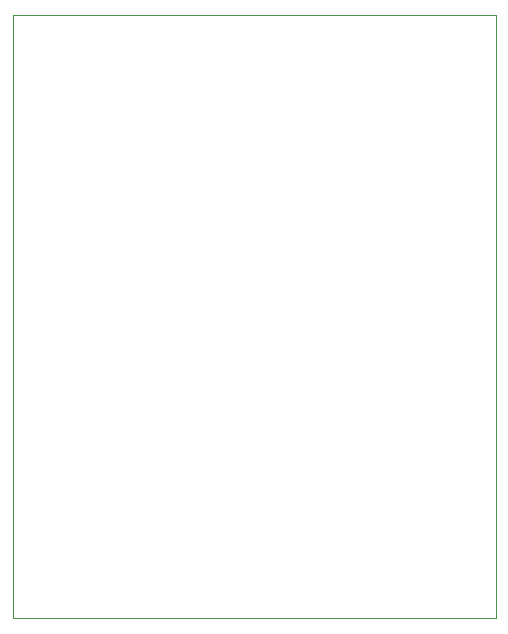
<source format=gbr>
%TF.GenerationSoftware,KiCad,Pcbnew,7.0.5*%
%TF.CreationDate,2023-07-07T01:57:58+07:00*%
%TF.ProjectId,driver_motor,64726976-6572-45f6-9d6f-746f722e6b69,rev?*%
%TF.SameCoordinates,Original*%
%TF.FileFunction,Profile,NP*%
%FSLAX46Y46*%
G04 Gerber Fmt 4.6, Leading zero omitted, Abs format (unit mm)*
G04 Created by KiCad (PCBNEW 7.0.5) date 2023-07-07 01:57:58*
%MOMM*%
%LPD*%
G01*
G04 APERTURE LIST*
%TA.AperFunction,Profile*%
%ADD10C,0.100000*%
%TD*%
G04 APERTURE END LIST*
D10*
X146050000Y-25400000D02*
X186944000Y-25400000D01*
X186944000Y-76454000D01*
X146050000Y-76454000D01*
X146050000Y-25400000D01*
M02*

</source>
